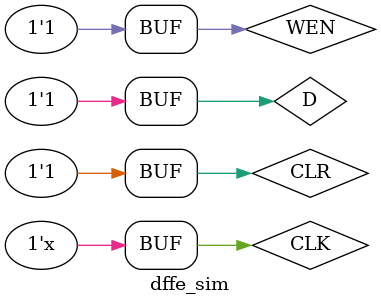
<source format=v>
`timescale 1ns / 1ps


module dffe_sim();
reg CLR;reg WEN;reg D;wire Q;wire NQ;reg CLK;
dffe dffe(
    .CLR(CLR),
    .WEN(WEN),
    .D(D),
    .Q(Q),
    .NQ(NQ),
    .CLK(CLK)
    );
    
 always
 begin
    #10;CLK=~CLK;
end
initial
begin
    CLK=0;WEN=1;CLR=0;D=0;
    #20;D=1;
    #20;D=0;
    #20;D=1;
    #20;CLR=1;
    #20;WEN=0;
    #10;WEN=1;
end
endmodule

</source>
